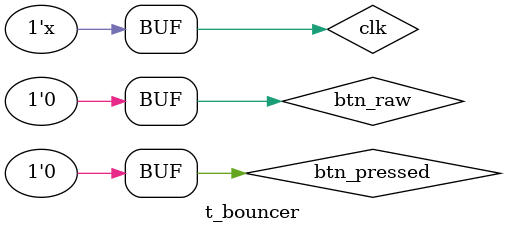
<source format=v>
`timescale 1ns / 1ps


module t_bouncer();
//      reg clock;
//    reg button;
//    wire button_sync;
//    wire button_sync_db;
//    wire edj;
//    wire rise;
//    wire fall;

//    Sync Sync_Inst
//    (
//        .clock(clock),
//        .in(button),
//        .out(button_sync)
//    );

//    debouncer
//    #(
//        .MAX_COUNT(4)
//    )
//    Debounce_Inst
//    (
//        .clock(clock),
//        .in(button_sync),
//        .out(button_sync_db),
//        .edj(edj),
//        .rise(rise),
//        .fall(fall)
//    );

//    initial
//    begin
//        clock = 0;
//    end

//    always #5 clock = ~clock;

//    always
//    begin
//        #2 button = 0; #20 button = 1; #20 button = 0;
//        #22 button = 1; #20 button = 1; #20 button = 0; #20 button = 1;
//        #22 button = 1; #20 button = 0; #20 button = 0; #20 button = 1;
//        #22 button = 0; #20 button = 1; #20 button = 1; #20 button = 0;
//        #80 $stop;
//    end

    // Inputs
	reg rst;
	reg btn_raw;
	reg clk;
	reg btn_pressed;

	// Instantiate the Unit Under Test (UUT)
	debouncer uut (
		.rst(rst),
		.clk(clk), 
		.noisy(btn_raw), 
		.clean(btn_pressed)
	);

	initial begin
		// Initialize Inputs
		btn_raw = 0;
		clk = 0;
		btn_pressed = 0;

		// Wait 10 us for global reset to finish
		#10;
        
		// Stimulus
		//#7000 btn_raw = 1;

	end
	
	always begin
		#500 clk = !clk;
	end
endmodule

</source>
